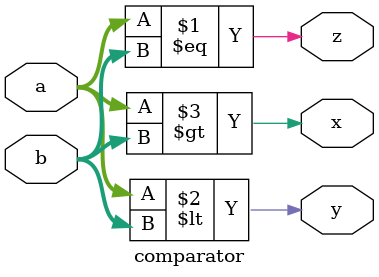
<source format=v>
module comparator(a, b, x, y, z);
  input [3:0] a, b;
  output x, y, z;

  assign z = (a == b);
  assign y = (a < b);
  assign x = (a > b);

endmodule
</source>
